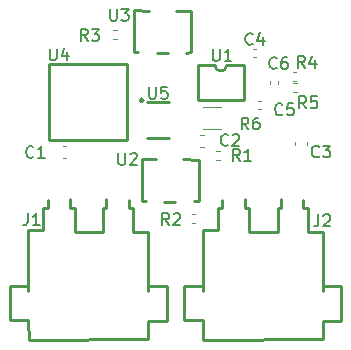
<source format=gbr>
%TF.GenerationSoftware,KiCad,Pcbnew,8.0.6*%
%TF.CreationDate,2024-12-04T14:06:11-08:00*%
%TF.ProjectId,micromppt,6d696372-6f6d-4707-9074-2e6b69636164,rev?*%
%TF.SameCoordinates,Original*%
%TF.FileFunction,Legend,Top*%
%TF.FilePolarity,Positive*%
%FSLAX46Y46*%
G04 Gerber Fmt 4.6, Leading zero omitted, Abs format (unit mm)*
G04 Created by KiCad (PCBNEW 8.0.6) date 2024-12-04 14:06:11*
%MOMM*%
%LPD*%
G01*
G04 APERTURE LIST*
%ADD10C,0.150000*%
%ADD11C,0.250000*%
%ADD12C,0.120000*%
G04 APERTURE END LIST*
D10*
X77138095Y-46454819D02*
X77138095Y-47264342D01*
X77138095Y-47264342D02*
X77185714Y-47359580D01*
X77185714Y-47359580D02*
X77233333Y-47407200D01*
X77233333Y-47407200D02*
X77328571Y-47454819D01*
X77328571Y-47454819D02*
X77519047Y-47454819D01*
X77519047Y-47454819D02*
X77614285Y-47407200D01*
X77614285Y-47407200D02*
X77661904Y-47359580D01*
X77661904Y-47359580D02*
X77709523Y-47264342D01*
X77709523Y-47264342D02*
X77709523Y-46454819D01*
X78661904Y-46454819D02*
X78185714Y-46454819D01*
X78185714Y-46454819D02*
X78138095Y-46931009D01*
X78138095Y-46931009D02*
X78185714Y-46883390D01*
X78185714Y-46883390D02*
X78280952Y-46835771D01*
X78280952Y-46835771D02*
X78519047Y-46835771D01*
X78519047Y-46835771D02*
X78614285Y-46883390D01*
X78614285Y-46883390D02*
X78661904Y-46931009D01*
X78661904Y-46931009D02*
X78709523Y-47026247D01*
X78709523Y-47026247D02*
X78709523Y-47264342D01*
X78709523Y-47264342D02*
X78661904Y-47359580D01*
X78661904Y-47359580D02*
X78614285Y-47407200D01*
X78614285Y-47407200D02*
X78519047Y-47454819D01*
X78519047Y-47454819D02*
X78280952Y-47454819D01*
X78280952Y-47454819D02*
X78185714Y-47407200D01*
X78185714Y-47407200D02*
X78138095Y-47359580D01*
X67333333Y-52359580D02*
X67285714Y-52407200D01*
X67285714Y-52407200D02*
X67142857Y-52454819D01*
X67142857Y-52454819D02*
X67047619Y-52454819D01*
X67047619Y-52454819D02*
X66904762Y-52407200D01*
X66904762Y-52407200D02*
X66809524Y-52311961D01*
X66809524Y-52311961D02*
X66761905Y-52216723D01*
X66761905Y-52216723D02*
X66714286Y-52026247D01*
X66714286Y-52026247D02*
X66714286Y-51883390D01*
X66714286Y-51883390D02*
X66761905Y-51692914D01*
X66761905Y-51692914D02*
X66809524Y-51597676D01*
X66809524Y-51597676D02*
X66904762Y-51502438D01*
X66904762Y-51502438D02*
X67047619Y-51454819D01*
X67047619Y-51454819D02*
X67142857Y-51454819D01*
X67142857Y-51454819D02*
X67285714Y-51502438D01*
X67285714Y-51502438D02*
X67333333Y-51550057D01*
X68285714Y-52454819D02*
X67714286Y-52454819D01*
X68000000Y-52454819D02*
X68000000Y-51454819D01*
X68000000Y-51454819D02*
X67904762Y-51597676D01*
X67904762Y-51597676D02*
X67809524Y-51692914D01*
X67809524Y-51692914D02*
X67714286Y-51740533D01*
X84833333Y-52704819D02*
X84500000Y-52228628D01*
X84261905Y-52704819D02*
X84261905Y-51704819D01*
X84261905Y-51704819D02*
X84642857Y-51704819D01*
X84642857Y-51704819D02*
X84738095Y-51752438D01*
X84738095Y-51752438D02*
X84785714Y-51800057D01*
X84785714Y-51800057D02*
X84833333Y-51895295D01*
X84833333Y-51895295D02*
X84833333Y-52038152D01*
X84833333Y-52038152D02*
X84785714Y-52133390D01*
X84785714Y-52133390D02*
X84738095Y-52181009D01*
X84738095Y-52181009D02*
X84642857Y-52228628D01*
X84642857Y-52228628D02*
X84261905Y-52228628D01*
X85785714Y-52704819D02*
X85214286Y-52704819D01*
X85500000Y-52704819D02*
X85500000Y-51704819D01*
X85500000Y-51704819D02*
X85404762Y-51847676D01*
X85404762Y-51847676D02*
X85309524Y-51942914D01*
X85309524Y-51942914D02*
X85214286Y-51990533D01*
X91466666Y-57254819D02*
X91466666Y-57969104D01*
X91466666Y-57969104D02*
X91419047Y-58111961D01*
X91419047Y-58111961D02*
X91323809Y-58207200D01*
X91323809Y-58207200D02*
X91180952Y-58254819D01*
X91180952Y-58254819D02*
X91085714Y-58254819D01*
X91895238Y-57350057D02*
X91942857Y-57302438D01*
X91942857Y-57302438D02*
X92038095Y-57254819D01*
X92038095Y-57254819D02*
X92276190Y-57254819D01*
X92276190Y-57254819D02*
X92371428Y-57302438D01*
X92371428Y-57302438D02*
X92419047Y-57350057D01*
X92419047Y-57350057D02*
X92466666Y-57445295D01*
X92466666Y-57445295D02*
X92466666Y-57540533D01*
X92466666Y-57540533D02*
X92419047Y-57683390D01*
X92419047Y-57683390D02*
X91847619Y-58254819D01*
X91847619Y-58254819D02*
X92466666Y-58254819D01*
X78833333Y-58154819D02*
X78500000Y-57678628D01*
X78261905Y-58154819D02*
X78261905Y-57154819D01*
X78261905Y-57154819D02*
X78642857Y-57154819D01*
X78642857Y-57154819D02*
X78738095Y-57202438D01*
X78738095Y-57202438D02*
X78785714Y-57250057D01*
X78785714Y-57250057D02*
X78833333Y-57345295D01*
X78833333Y-57345295D02*
X78833333Y-57488152D01*
X78833333Y-57488152D02*
X78785714Y-57583390D01*
X78785714Y-57583390D02*
X78738095Y-57631009D01*
X78738095Y-57631009D02*
X78642857Y-57678628D01*
X78642857Y-57678628D02*
X78261905Y-57678628D01*
X79214286Y-57250057D02*
X79261905Y-57202438D01*
X79261905Y-57202438D02*
X79357143Y-57154819D01*
X79357143Y-57154819D02*
X79595238Y-57154819D01*
X79595238Y-57154819D02*
X79690476Y-57202438D01*
X79690476Y-57202438D02*
X79738095Y-57250057D01*
X79738095Y-57250057D02*
X79785714Y-57345295D01*
X79785714Y-57345295D02*
X79785714Y-57440533D01*
X79785714Y-57440533D02*
X79738095Y-57583390D01*
X79738095Y-57583390D02*
X79166667Y-58154819D01*
X79166667Y-58154819D02*
X79785714Y-58154819D01*
X66866666Y-57154819D02*
X66866666Y-57869104D01*
X66866666Y-57869104D02*
X66819047Y-58011961D01*
X66819047Y-58011961D02*
X66723809Y-58107200D01*
X66723809Y-58107200D02*
X66580952Y-58154819D01*
X66580952Y-58154819D02*
X66485714Y-58154819D01*
X67866666Y-58154819D02*
X67295238Y-58154819D01*
X67580952Y-58154819D02*
X67580952Y-57154819D01*
X67580952Y-57154819D02*
X67485714Y-57297676D01*
X67485714Y-57297676D02*
X67390476Y-57392914D01*
X67390476Y-57392914D02*
X67295238Y-57440533D01*
X73838095Y-39854819D02*
X73838095Y-40664342D01*
X73838095Y-40664342D02*
X73885714Y-40759580D01*
X73885714Y-40759580D02*
X73933333Y-40807200D01*
X73933333Y-40807200D02*
X74028571Y-40854819D01*
X74028571Y-40854819D02*
X74219047Y-40854819D01*
X74219047Y-40854819D02*
X74314285Y-40807200D01*
X74314285Y-40807200D02*
X74361904Y-40759580D01*
X74361904Y-40759580D02*
X74409523Y-40664342D01*
X74409523Y-40664342D02*
X74409523Y-39854819D01*
X74790476Y-39854819D02*
X75409523Y-39854819D01*
X75409523Y-39854819D02*
X75076190Y-40235771D01*
X75076190Y-40235771D02*
X75219047Y-40235771D01*
X75219047Y-40235771D02*
X75314285Y-40283390D01*
X75314285Y-40283390D02*
X75361904Y-40331009D01*
X75361904Y-40331009D02*
X75409523Y-40426247D01*
X75409523Y-40426247D02*
X75409523Y-40664342D01*
X75409523Y-40664342D02*
X75361904Y-40759580D01*
X75361904Y-40759580D02*
X75314285Y-40807200D01*
X75314285Y-40807200D02*
X75219047Y-40854819D01*
X75219047Y-40854819D02*
X74933333Y-40854819D01*
X74933333Y-40854819D02*
X74838095Y-40807200D01*
X74838095Y-40807200D02*
X74790476Y-40759580D01*
X85913333Y-42799580D02*
X85865714Y-42847200D01*
X85865714Y-42847200D02*
X85722857Y-42894819D01*
X85722857Y-42894819D02*
X85627619Y-42894819D01*
X85627619Y-42894819D02*
X85484762Y-42847200D01*
X85484762Y-42847200D02*
X85389524Y-42751961D01*
X85389524Y-42751961D02*
X85341905Y-42656723D01*
X85341905Y-42656723D02*
X85294286Y-42466247D01*
X85294286Y-42466247D02*
X85294286Y-42323390D01*
X85294286Y-42323390D02*
X85341905Y-42132914D01*
X85341905Y-42132914D02*
X85389524Y-42037676D01*
X85389524Y-42037676D02*
X85484762Y-41942438D01*
X85484762Y-41942438D02*
X85627619Y-41894819D01*
X85627619Y-41894819D02*
X85722857Y-41894819D01*
X85722857Y-41894819D02*
X85865714Y-41942438D01*
X85865714Y-41942438D02*
X85913333Y-41990057D01*
X86770476Y-42228152D02*
X86770476Y-42894819D01*
X86532381Y-41847200D02*
X86294286Y-42561485D01*
X86294286Y-42561485D02*
X86913333Y-42561485D01*
X82538095Y-43254819D02*
X82538095Y-44064342D01*
X82538095Y-44064342D02*
X82585714Y-44159580D01*
X82585714Y-44159580D02*
X82633333Y-44207200D01*
X82633333Y-44207200D02*
X82728571Y-44254819D01*
X82728571Y-44254819D02*
X82919047Y-44254819D01*
X82919047Y-44254819D02*
X83014285Y-44207200D01*
X83014285Y-44207200D02*
X83061904Y-44159580D01*
X83061904Y-44159580D02*
X83109523Y-44064342D01*
X83109523Y-44064342D02*
X83109523Y-43254819D01*
X84109523Y-44254819D02*
X83538095Y-44254819D01*
X83823809Y-44254819D02*
X83823809Y-43254819D01*
X83823809Y-43254819D02*
X83728571Y-43397676D01*
X83728571Y-43397676D02*
X83633333Y-43492914D01*
X83633333Y-43492914D02*
X83538095Y-43540533D01*
X87933333Y-44839580D02*
X87885714Y-44887200D01*
X87885714Y-44887200D02*
X87742857Y-44934819D01*
X87742857Y-44934819D02*
X87647619Y-44934819D01*
X87647619Y-44934819D02*
X87504762Y-44887200D01*
X87504762Y-44887200D02*
X87409524Y-44791961D01*
X87409524Y-44791961D02*
X87361905Y-44696723D01*
X87361905Y-44696723D02*
X87314286Y-44506247D01*
X87314286Y-44506247D02*
X87314286Y-44363390D01*
X87314286Y-44363390D02*
X87361905Y-44172914D01*
X87361905Y-44172914D02*
X87409524Y-44077676D01*
X87409524Y-44077676D02*
X87504762Y-43982438D01*
X87504762Y-43982438D02*
X87647619Y-43934819D01*
X87647619Y-43934819D02*
X87742857Y-43934819D01*
X87742857Y-43934819D02*
X87885714Y-43982438D01*
X87885714Y-43982438D02*
X87933333Y-44030057D01*
X88790476Y-43934819D02*
X88600000Y-43934819D01*
X88600000Y-43934819D02*
X88504762Y-43982438D01*
X88504762Y-43982438D02*
X88457143Y-44030057D01*
X88457143Y-44030057D02*
X88361905Y-44172914D01*
X88361905Y-44172914D02*
X88314286Y-44363390D01*
X88314286Y-44363390D02*
X88314286Y-44744342D01*
X88314286Y-44744342D02*
X88361905Y-44839580D01*
X88361905Y-44839580D02*
X88409524Y-44887200D01*
X88409524Y-44887200D02*
X88504762Y-44934819D01*
X88504762Y-44934819D02*
X88695238Y-44934819D01*
X88695238Y-44934819D02*
X88790476Y-44887200D01*
X88790476Y-44887200D02*
X88838095Y-44839580D01*
X88838095Y-44839580D02*
X88885714Y-44744342D01*
X88885714Y-44744342D02*
X88885714Y-44506247D01*
X88885714Y-44506247D02*
X88838095Y-44411009D01*
X88838095Y-44411009D02*
X88790476Y-44363390D01*
X88790476Y-44363390D02*
X88695238Y-44315771D01*
X88695238Y-44315771D02*
X88504762Y-44315771D01*
X88504762Y-44315771D02*
X88409524Y-44363390D01*
X88409524Y-44363390D02*
X88361905Y-44411009D01*
X88361905Y-44411009D02*
X88314286Y-44506247D01*
X90333333Y-44854819D02*
X90000000Y-44378628D01*
X89761905Y-44854819D02*
X89761905Y-43854819D01*
X89761905Y-43854819D02*
X90142857Y-43854819D01*
X90142857Y-43854819D02*
X90238095Y-43902438D01*
X90238095Y-43902438D02*
X90285714Y-43950057D01*
X90285714Y-43950057D02*
X90333333Y-44045295D01*
X90333333Y-44045295D02*
X90333333Y-44188152D01*
X90333333Y-44188152D02*
X90285714Y-44283390D01*
X90285714Y-44283390D02*
X90238095Y-44331009D01*
X90238095Y-44331009D02*
X90142857Y-44378628D01*
X90142857Y-44378628D02*
X89761905Y-44378628D01*
X91190476Y-44188152D02*
X91190476Y-44854819D01*
X90952381Y-43807200D02*
X90714286Y-44521485D01*
X90714286Y-44521485D02*
X91333333Y-44521485D01*
X90433333Y-48254819D02*
X90100000Y-47778628D01*
X89861905Y-48254819D02*
X89861905Y-47254819D01*
X89861905Y-47254819D02*
X90242857Y-47254819D01*
X90242857Y-47254819D02*
X90338095Y-47302438D01*
X90338095Y-47302438D02*
X90385714Y-47350057D01*
X90385714Y-47350057D02*
X90433333Y-47445295D01*
X90433333Y-47445295D02*
X90433333Y-47588152D01*
X90433333Y-47588152D02*
X90385714Y-47683390D01*
X90385714Y-47683390D02*
X90338095Y-47731009D01*
X90338095Y-47731009D02*
X90242857Y-47778628D01*
X90242857Y-47778628D02*
X89861905Y-47778628D01*
X91338095Y-47254819D02*
X90861905Y-47254819D01*
X90861905Y-47254819D02*
X90814286Y-47731009D01*
X90814286Y-47731009D02*
X90861905Y-47683390D01*
X90861905Y-47683390D02*
X90957143Y-47635771D01*
X90957143Y-47635771D02*
X91195238Y-47635771D01*
X91195238Y-47635771D02*
X91290476Y-47683390D01*
X91290476Y-47683390D02*
X91338095Y-47731009D01*
X91338095Y-47731009D02*
X91385714Y-47826247D01*
X91385714Y-47826247D02*
X91385714Y-48064342D01*
X91385714Y-48064342D02*
X91338095Y-48159580D01*
X91338095Y-48159580D02*
X91290476Y-48207200D01*
X91290476Y-48207200D02*
X91195238Y-48254819D01*
X91195238Y-48254819D02*
X90957143Y-48254819D01*
X90957143Y-48254819D02*
X90861905Y-48207200D01*
X90861905Y-48207200D02*
X90814286Y-48159580D01*
X88433333Y-48759580D02*
X88385714Y-48807200D01*
X88385714Y-48807200D02*
X88242857Y-48854819D01*
X88242857Y-48854819D02*
X88147619Y-48854819D01*
X88147619Y-48854819D02*
X88004762Y-48807200D01*
X88004762Y-48807200D02*
X87909524Y-48711961D01*
X87909524Y-48711961D02*
X87861905Y-48616723D01*
X87861905Y-48616723D02*
X87814286Y-48426247D01*
X87814286Y-48426247D02*
X87814286Y-48283390D01*
X87814286Y-48283390D02*
X87861905Y-48092914D01*
X87861905Y-48092914D02*
X87909524Y-47997676D01*
X87909524Y-47997676D02*
X88004762Y-47902438D01*
X88004762Y-47902438D02*
X88147619Y-47854819D01*
X88147619Y-47854819D02*
X88242857Y-47854819D01*
X88242857Y-47854819D02*
X88385714Y-47902438D01*
X88385714Y-47902438D02*
X88433333Y-47950057D01*
X89338095Y-47854819D02*
X88861905Y-47854819D01*
X88861905Y-47854819D02*
X88814286Y-48331009D01*
X88814286Y-48331009D02*
X88861905Y-48283390D01*
X88861905Y-48283390D02*
X88957143Y-48235771D01*
X88957143Y-48235771D02*
X89195238Y-48235771D01*
X89195238Y-48235771D02*
X89290476Y-48283390D01*
X89290476Y-48283390D02*
X89338095Y-48331009D01*
X89338095Y-48331009D02*
X89385714Y-48426247D01*
X89385714Y-48426247D02*
X89385714Y-48664342D01*
X89385714Y-48664342D02*
X89338095Y-48759580D01*
X89338095Y-48759580D02*
X89290476Y-48807200D01*
X89290476Y-48807200D02*
X89195238Y-48854819D01*
X89195238Y-48854819D02*
X88957143Y-48854819D01*
X88957143Y-48854819D02*
X88861905Y-48807200D01*
X88861905Y-48807200D02*
X88814286Y-48759580D01*
X68738095Y-43204819D02*
X68738095Y-44014342D01*
X68738095Y-44014342D02*
X68785714Y-44109580D01*
X68785714Y-44109580D02*
X68833333Y-44157200D01*
X68833333Y-44157200D02*
X68928571Y-44204819D01*
X68928571Y-44204819D02*
X69119047Y-44204819D01*
X69119047Y-44204819D02*
X69214285Y-44157200D01*
X69214285Y-44157200D02*
X69261904Y-44109580D01*
X69261904Y-44109580D02*
X69309523Y-44014342D01*
X69309523Y-44014342D02*
X69309523Y-43204819D01*
X70214285Y-43538152D02*
X70214285Y-44204819D01*
X69976190Y-43157200D02*
X69738095Y-43871485D01*
X69738095Y-43871485D02*
X70357142Y-43871485D01*
X83833333Y-51359580D02*
X83785714Y-51407200D01*
X83785714Y-51407200D02*
X83642857Y-51454819D01*
X83642857Y-51454819D02*
X83547619Y-51454819D01*
X83547619Y-51454819D02*
X83404762Y-51407200D01*
X83404762Y-51407200D02*
X83309524Y-51311961D01*
X83309524Y-51311961D02*
X83261905Y-51216723D01*
X83261905Y-51216723D02*
X83214286Y-51026247D01*
X83214286Y-51026247D02*
X83214286Y-50883390D01*
X83214286Y-50883390D02*
X83261905Y-50692914D01*
X83261905Y-50692914D02*
X83309524Y-50597676D01*
X83309524Y-50597676D02*
X83404762Y-50502438D01*
X83404762Y-50502438D02*
X83547619Y-50454819D01*
X83547619Y-50454819D02*
X83642857Y-50454819D01*
X83642857Y-50454819D02*
X83785714Y-50502438D01*
X83785714Y-50502438D02*
X83833333Y-50550057D01*
X84214286Y-50550057D02*
X84261905Y-50502438D01*
X84261905Y-50502438D02*
X84357143Y-50454819D01*
X84357143Y-50454819D02*
X84595238Y-50454819D01*
X84595238Y-50454819D02*
X84690476Y-50502438D01*
X84690476Y-50502438D02*
X84738095Y-50550057D01*
X84738095Y-50550057D02*
X84785714Y-50645295D01*
X84785714Y-50645295D02*
X84785714Y-50740533D01*
X84785714Y-50740533D02*
X84738095Y-50883390D01*
X84738095Y-50883390D02*
X84166667Y-51454819D01*
X84166667Y-51454819D02*
X84785714Y-51454819D01*
X85545833Y-50054819D02*
X85212500Y-49578628D01*
X84974405Y-50054819D02*
X84974405Y-49054819D01*
X84974405Y-49054819D02*
X85355357Y-49054819D01*
X85355357Y-49054819D02*
X85450595Y-49102438D01*
X85450595Y-49102438D02*
X85498214Y-49150057D01*
X85498214Y-49150057D02*
X85545833Y-49245295D01*
X85545833Y-49245295D02*
X85545833Y-49388152D01*
X85545833Y-49388152D02*
X85498214Y-49483390D01*
X85498214Y-49483390D02*
X85450595Y-49531009D01*
X85450595Y-49531009D02*
X85355357Y-49578628D01*
X85355357Y-49578628D02*
X84974405Y-49578628D01*
X86402976Y-49054819D02*
X86212500Y-49054819D01*
X86212500Y-49054819D02*
X86117262Y-49102438D01*
X86117262Y-49102438D02*
X86069643Y-49150057D01*
X86069643Y-49150057D02*
X85974405Y-49292914D01*
X85974405Y-49292914D02*
X85926786Y-49483390D01*
X85926786Y-49483390D02*
X85926786Y-49864342D01*
X85926786Y-49864342D02*
X85974405Y-49959580D01*
X85974405Y-49959580D02*
X86022024Y-50007200D01*
X86022024Y-50007200D02*
X86117262Y-50054819D01*
X86117262Y-50054819D02*
X86307738Y-50054819D01*
X86307738Y-50054819D02*
X86402976Y-50007200D01*
X86402976Y-50007200D02*
X86450595Y-49959580D01*
X86450595Y-49959580D02*
X86498214Y-49864342D01*
X86498214Y-49864342D02*
X86498214Y-49626247D01*
X86498214Y-49626247D02*
X86450595Y-49531009D01*
X86450595Y-49531009D02*
X86402976Y-49483390D01*
X86402976Y-49483390D02*
X86307738Y-49435771D01*
X86307738Y-49435771D02*
X86117262Y-49435771D01*
X86117262Y-49435771D02*
X86022024Y-49483390D01*
X86022024Y-49483390D02*
X85974405Y-49531009D01*
X85974405Y-49531009D02*
X85926786Y-49626247D01*
X74538095Y-52054819D02*
X74538095Y-52864342D01*
X74538095Y-52864342D02*
X74585714Y-52959580D01*
X74585714Y-52959580D02*
X74633333Y-53007200D01*
X74633333Y-53007200D02*
X74728571Y-53054819D01*
X74728571Y-53054819D02*
X74919047Y-53054819D01*
X74919047Y-53054819D02*
X75014285Y-53007200D01*
X75014285Y-53007200D02*
X75061904Y-52959580D01*
X75061904Y-52959580D02*
X75109523Y-52864342D01*
X75109523Y-52864342D02*
X75109523Y-52054819D01*
X75538095Y-52150057D02*
X75585714Y-52102438D01*
X75585714Y-52102438D02*
X75680952Y-52054819D01*
X75680952Y-52054819D02*
X75919047Y-52054819D01*
X75919047Y-52054819D02*
X76014285Y-52102438D01*
X76014285Y-52102438D02*
X76061904Y-52150057D01*
X76061904Y-52150057D02*
X76109523Y-52245295D01*
X76109523Y-52245295D02*
X76109523Y-52340533D01*
X76109523Y-52340533D02*
X76061904Y-52483390D01*
X76061904Y-52483390D02*
X75490476Y-53054819D01*
X75490476Y-53054819D02*
X76109523Y-53054819D01*
X91533333Y-52334580D02*
X91485714Y-52382200D01*
X91485714Y-52382200D02*
X91342857Y-52429819D01*
X91342857Y-52429819D02*
X91247619Y-52429819D01*
X91247619Y-52429819D02*
X91104762Y-52382200D01*
X91104762Y-52382200D02*
X91009524Y-52286961D01*
X91009524Y-52286961D02*
X90961905Y-52191723D01*
X90961905Y-52191723D02*
X90914286Y-52001247D01*
X90914286Y-52001247D02*
X90914286Y-51858390D01*
X90914286Y-51858390D02*
X90961905Y-51667914D01*
X90961905Y-51667914D02*
X91009524Y-51572676D01*
X91009524Y-51572676D02*
X91104762Y-51477438D01*
X91104762Y-51477438D02*
X91247619Y-51429819D01*
X91247619Y-51429819D02*
X91342857Y-51429819D01*
X91342857Y-51429819D02*
X91485714Y-51477438D01*
X91485714Y-51477438D02*
X91533333Y-51525057D01*
X91866667Y-51429819D02*
X92485714Y-51429819D01*
X92485714Y-51429819D02*
X92152381Y-51810771D01*
X92152381Y-51810771D02*
X92295238Y-51810771D01*
X92295238Y-51810771D02*
X92390476Y-51858390D01*
X92390476Y-51858390D02*
X92438095Y-51906009D01*
X92438095Y-51906009D02*
X92485714Y-52001247D01*
X92485714Y-52001247D02*
X92485714Y-52239342D01*
X92485714Y-52239342D02*
X92438095Y-52334580D01*
X92438095Y-52334580D02*
X92390476Y-52382200D01*
X92390476Y-52382200D02*
X92295238Y-52429819D01*
X92295238Y-52429819D02*
X92009524Y-52429819D01*
X92009524Y-52429819D02*
X91914286Y-52382200D01*
X91914286Y-52382200D02*
X91866667Y-52334580D01*
X71933333Y-42554819D02*
X71600000Y-42078628D01*
X71361905Y-42554819D02*
X71361905Y-41554819D01*
X71361905Y-41554819D02*
X71742857Y-41554819D01*
X71742857Y-41554819D02*
X71838095Y-41602438D01*
X71838095Y-41602438D02*
X71885714Y-41650057D01*
X71885714Y-41650057D02*
X71933333Y-41745295D01*
X71933333Y-41745295D02*
X71933333Y-41888152D01*
X71933333Y-41888152D02*
X71885714Y-41983390D01*
X71885714Y-41983390D02*
X71838095Y-42031009D01*
X71838095Y-42031009D02*
X71742857Y-42078628D01*
X71742857Y-42078628D02*
X71361905Y-42078628D01*
X72266667Y-41554819D02*
X72885714Y-41554819D01*
X72885714Y-41554819D02*
X72552381Y-41935771D01*
X72552381Y-41935771D02*
X72695238Y-41935771D01*
X72695238Y-41935771D02*
X72790476Y-41983390D01*
X72790476Y-41983390D02*
X72838095Y-42031009D01*
X72838095Y-42031009D02*
X72885714Y-42126247D01*
X72885714Y-42126247D02*
X72885714Y-42364342D01*
X72885714Y-42364342D02*
X72838095Y-42459580D01*
X72838095Y-42459580D02*
X72790476Y-42507200D01*
X72790476Y-42507200D02*
X72695238Y-42554819D01*
X72695238Y-42554819D02*
X72409524Y-42554819D01*
X72409524Y-42554819D02*
X72314286Y-42507200D01*
X72314286Y-42507200D02*
X72266667Y-42459580D01*
D11*
%TO.C,U5*%
X78800000Y-47700000D02*
X77000000Y-47700000D01*
X78800000Y-50800000D02*
X77000000Y-50800000D01*
X76630000Y-47600000D02*
G75*
G02*
X76370000Y-47600000I-130000J0D01*
G01*
X76370000Y-47600000D02*
G75*
G02*
X76630000Y-47600000I130000J0D01*
G01*
D12*
%TO.C,C1*%
X70115580Y-51490000D02*
X69834420Y-51490000D01*
X70115580Y-52510000D02*
X69834420Y-52510000D01*
%TO.C,R1*%
X83153641Y-51870000D02*
X82846359Y-51870000D01*
X83153641Y-52630000D02*
X82846359Y-52630000D01*
D11*
%TO.C,J2*%
X80100000Y-63330000D02*
X80100000Y-66230000D01*
X80100000Y-63330000D02*
X81670000Y-63330000D01*
X80100000Y-66230000D02*
X81670000Y-66230000D01*
X81670000Y-58610000D02*
X81670000Y-59700000D01*
X81670000Y-63700000D02*
X81670000Y-59700000D01*
X81670000Y-66230000D02*
X81700000Y-67900000D01*
X81700000Y-67900000D02*
X91830000Y-67840000D01*
X82940000Y-56700000D02*
X82940000Y-58610000D01*
X82940000Y-58610000D02*
X81670000Y-58610000D01*
X83320000Y-56070000D02*
X83320000Y-56700000D01*
X83320000Y-56700000D02*
X82940000Y-56700000D01*
X85230000Y-55940000D02*
X85230000Y-56700000D01*
X85230000Y-56700000D02*
X85610000Y-56700000D01*
X85610000Y-56700000D02*
X85610000Y-58730000D01*
X85610000Y-58730000D02*
X88020000Y-58730000D01*
X88020000Y-56700000D02*
X88270000Y-56700000D01*
X88020000Y-58730000D02*
X88020000Y-56700000D01*
X88270000Y-56700000D02*
X88270000Y-55940000D01*
X90180000Y-56070000D02*
X90180000Y-56700000D01*
X90180000Y-56700000D02*
X90560000Y-56700000D01*
X90560000Y-56700000D02*
X90560000Y-58730000D01*
X90560000Y-58730000D02*
X91830000Y-58730000D01*
X91830000Y-58730000D02*
X91830000Y-59700000D01*
X91830000Y-63310000D02*
X93400000Y-63310000D01*
X91830000Y-63700000D02*
X91830000Y-59700000D01*
X91830000Y-66300000D02*
X93400000Y-66300000D01*
X91830000Y-67840000D02*
X91830000Y-66300000D01*
X93400000Y-63310000D02*
X93400000Y-66300000D01*
D12*
%TO.C,R2*%
X80746359Y-57220000D02*
X81053641Y-57220000D01*
X80746359Y-57980000D02*
X81053641Y-57980000D01*
D11*
%TO.C,J1*%
X65350000Y-63330000D02*
X65350000Y-66230000D01*
X65350000Y-63330000D02*
X66920000Y-63330000D01*
X65350000Y-66230000D02*
X66920000Y-66230000D01*
X66920000Y-58610000D02*
X66920000Y-59700000D01*
X66920000Y-63700000D02*
X66920000Y-59700000D01*
X66920000Y-66230000D02*
X66950000Y-67900000D01*
X66950000Y-67900000D02*
X77080000Y-67840000D01*
X68190000Y-56700000D02*
X68190000Y-58610000D01*
X68190000Y-58610000D02*
X66920000Y-58610000D01*
X68570000Y-56070000D02*
X68570000Y-56700000D01*
X68570000Y-56700000D02*
X68190000Y-56700000D01*
X70480000Y-55940000D02*
X70480000Y-56700000D01*
X70480000Y-56700000D02*
X70860000Y-56700000D01*
X70860000Y-56700000D02*
X70860000Y-58730000D01*
X70860000Y-58730000D02*
X73270000Y-58730000D01*
X73270000Y-56700000D02*
X73520000Y-56700000D01*
X73270000Y-58730000D02*
X73270000Y-56700000D01*
X73520000Y-56700000D02*
X73520000Y-55940000D01*
X75430000Y-56070000D02*
X75430000Y-56700000D01*
X75430000Y-56700000D02*
X75810000Y-56700000D01*
X75810000Y-56700000D02*
X75810000Y-58730000D01*
X75810000Y-58730000D02*
X77080000Y-58730000D01*
X77080000Y-58730000D02*
X77080000Y-59700000D01*
X77080000Y-63310000D02*
X78650000Y-63310000D01*
X77080000Y-63700000D02*
X77080000Y-59700000D01*
X77080000Y-66300000D02*
X78650000Y-66300000D01*
X77080000Y-67840000D02*
X77080000Y-66300000D01*
X78650000Y-63310000D02*
X78650000Y-66300000D01*
%TO.C,U3*%
X75890000Y-39980000D02*
X75890000Y-43500000D01*
X75890000Y-43500000D02*
X76230000Y-43510000D01*
X77110000Y-40000000D02*
X75890000Y-39980000D01*
X77790000Y-43570000D02*
X78710000Y-43580000D01*
X79390000Y-40000000D02*
X80680000Y-40020000D01*
X80680000Y-40020000D02*
X80720000Y-43540000D01*
X80720000Y-43540000D02*
X80280000Y-43550000D01*
D12*
%TO.C,C4*%
X85972164Y-43240000D02*
X86187836Y-43240000D01*
X85972164Y-43960000D02*
X86187836Y-43960000D01*
D11*
%TO.C,U1*%
X81272500Y-44600000D02*
X81272500Y-47600000D01*
X82702500Y-44600000D02*
X81272500Y-44600000D01*
X83722500Y-44600000D02*
X85182500Y-44600000D01*
X85182500Y-44600000D02*
X85182500Y-47600000D01*
X85182500Y-47600000D02*
X81272500Y-47600000D01*
X83722500Y-44600000D02*
G75*
G02*
X82702500Y-44600000I-510000J0D01*
G01*
D12*
%TO.C,C6*%
X87352500Y-45992164D02*
X87352500Y-46207836D01*
X88072500Y-45992164D02*
X88072500Y-46207836D01*
%TO.C,R4*%
X89308859Y-45160000D02*
X89616141Y-45160000D01*
X89308859Y-45920000D02*
X89616141Y-45920000D01*
%TO.C,R5*%
X89318859Y-46160000D02*
X89626141Y-46160000D01*
X89318859Y-46920000D02*
X89626141Y-46920000D01*
%TO.C,C5*%
X86372164Y-47640000D02*
X86587836Y-47640000D01*
X86372164Y-48360000D02*
X86587836Y-48360000D01*
D11*
%TO.C,U4*%
X68700000Y-44550000D02*
X75300000Y-44550000D01*
X68700000Y-50950000D02*
X68700000Y-44550000D01*
X75300000Y-44550000D02*
X75300000Y-50950000D01*
X75300000Y-50950000D02*
X68700000Y-50950000D01*
D12*
%TO.C,C2*%
X81484420Y-50490000D02*
X81765580Y-50490000D01*
X81484420Y-51510000D02*
X81765580Y-51510000D01*
%TO.C,R6*%
X81735436Y-48190000D02*
X83189564Y-48190000D01*
X81735436Y-50010000D02*
X83189564Y-50010000D01*
D11*
%TO.C,U2*%
X76540000Y-52580000D02*
X76540000Y-56100000D01*
X76540000Y-56100000D02*
X76880000Y-56110000D01*
X77760000Y-52600000D02*
X76540000Y-52580000D01*
X78440000Y-56170000D02*
X79360000Y-56180000D01*
X80040000Y-52600000D02*
X81330000Y-52620000D01*
X81330000Y-52620000D02*
X81370000Y-56140000D01*
X81370000Y-56140000D02*
X80930000Y-56150000D01*
D12*
%TO.C,C3*%
X89490000Y-51415580D02*
X89490000Y-51134420D01*
X90510000Y-51415580D02*
X90510000Y-51134420D01*
%TO.C,R3*%
X74096359Y-41620000D02*
X74403641Y-41620000D01*
X74096359Y-42380000D02*
X74403641Y-42380000D01*
%TD*%
M02*

</source>
